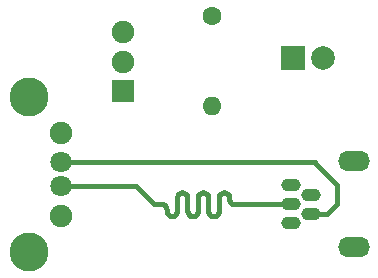
<source format=gbl>
%TF.GenerationSoftware,KiCad,Pcbnew,(5.1.9)-1*%
%TF.CreationDate,2021-04-25T21:03:41-04:00*%
%TF.ProjectId,PowerStripper,506f7765-7253-4747-9269-707065722e6b,v01*%
%TF.SameCoordinates,Original*%
%TF.FileFunction,Copper,L4,Bot*%
%TF.FilePolarity,Positive*%
%FSLAX46Y46*%
G04 Gerber Fmt 4.6, Leading zero omitted, Abs format (unit mm)*
G04 Created by KiCad (PCBNEW (5.1.9)-1) date 2021-04-25 21:03:41*
%MOMM*%
%LPD*%
G01*
G04 APERTURE LIST*
%TA.AperFunction,ComponentPad*%
%ADD10O,1.650000X1.100000*%
%TD*%
%TA.AperFunction,ComponentPad*%
%ADD11O,2.700000X1.700000*%
%TD*%
%TA.AperFunction,ComponentPad*%
%ADD12C,3.300000*%
%TD*%
%TA.AperFunction,ComponentPad*%
%ADD13C,1.900000*%
%TD*%
%TA.AperFunction,ComponentPad*%
%ADD14C,1.800000*%
%TD*%
%TA.AperFunction,ComponentPad*%
%ADD15R,2.000000X2.000000*%
%TD*%
%TA.AperFunction,ComponentPad*%
%ADD16C,2.000000*%
%TD*%
%TA.AperFunction,ComponentPad*%
%ADD17O,1.600000X1.600000*%
%TD*%
%TA.AperFunction,ComponentPad*%
%ADD18C,1.600000*%
%TD*%
%TA.AperFunction,ComponentPad*%
%ADD19R,1.900000X1.900000*%
%TD*%
%TA.AperFunction,Conductor*%
%ADD20C,0.441219*%
%TD*%
G04 APERTURE END LIST*
D10*
%TO.P,J1,3*%
%TO.N,D+*%
X125378800Y-112217200D03*
%TO.P,J1,1*%
%TO.N,Net-(J1-Pad1)*%
X125378800Y-113817200D03*
%TO.P,J1,5*%
%TO.N,GND*%
X125378800Y-110617200D03*
%TO.P,J1,2*%
%TO.N,D-*%
X127128800Y-113017200D03*
%TO.P,J1,4*%
%TO.N,Net-(J1-Pad4)*%
X127128800Y-111417200D03*
D11*
%TO.P,J1,SH*%
%TO.N,GND*%
X130703800Y-115867200D03*
X130703800Y-108567200D03*
%TD*%
D12*
%TO.P,J2,SH*%
%TO.N,GND*%
X103174800Y-103107200D03*
X103174800Y-116247200D03*
D13*
%TO.P,J2,1*%
%TO.N,Net-(J2-Pad1)*%
X105884800Y-106177200D03*
D14*
%TO.P,J2,2*%
%TO.N,D-*%
X105884800Y-108677200D03*
%TO.P,J2,3*%
%TO.N,D+*%
X105884800Y-110677200D03*
D13*
%TO.P,J2,4*%
%TO.N,GND*%
X105884800Y-113177200D03*
%TD*%
D15*
%TO.P,D1,1*%
%TO.N,Net-(D1-Pad1)*%
X125552200Y-99872800D03*
D16*
%TO.P,D1,2*%
%TO.N,GND*%
X128092200Y-99872800D03*
%TD*%
D17*
%TO.P,R1,2*%
%TO.N,Net-(J2-Pad1)*%
X118719600Y-103911400D03*
D18*
%TO.P,R1,1*%
%TO.N,Net-(D1-Pad1)*%
X118719600Y-96291400D03*
%TD*%
D19*
%TO.P,S1,1*%
%TO.N,Net-(J2-Pad1)*%
X111150400Y-102641400D03*
D13*
%TO.P,S1,2*%
%TO.N,Net-(J1-Pad1)*%
X111150400Y-100141400D03*
%TO.P,S1,3*%
%TO.N,Net-(S1-Pad3)*%
X111150400Y-97641400D03*
%TD*%
D20*
%TO.N,D+*%
X113792000Y-112217200D02*
X112252000Y-110677200D01*
X114422134Y-112217200D02*
X113792000Y-112217200D01*
X114613571Y-112260895D02*
X114520314Y-112228263D01*
X114767092Y-112383324D02*
X114697229Y-112313461D01*
X114874415Y-112874162D02*
X114863353Y-112775981D01*
X115029476Y-113120940D02*
X114959613Y-113051077D01*
X115649530Y-113051077D02*
X115579667Y-113120940D01*
X115745791Y-111658419D02*
X115745791Y-112775981D01*
X115995572Y-111260894D02*
X115911914Y-111313460D01*
X116088829Y-111228262D02*
X115995572Y-111260894D01*
X115304572Y-113217200D02*
X115206391Y-113206138D01*
X116187010Y-111217200D02*
X116088829Y-111228262D01*
X116285190Y-111228262D02*
X116187010Y-111217200D01*
X116378447Y-111260894D02*
X116285190Y-111228262D01*
X111146403Y-110677200D02*
X105884800Y-110677200D01*
X116462105Y-111313460D02*
X116378447Y-111260894D01*
X116531968Y-111383323D02*
X116462105Y-111313460D01*
X116584534Y-111466981D02*
X116531968Y-111383323D01*
X116617166Y-111560238D02*
X116584534Y-111466981D01*
X116628229Y-111658419D02*
X116617166Y-111560238D01*
X114520314Y-112228263D02*
X114422134Y-112217200D01*
X116628229Y-112775981D02*
X116628229Y-111658419D01*
X116639291Y-112874162D02*
X116628229Y-112775981D01*
X116671923Y-112967419D02*
X116639291Y-112874162D01*
X115402752Y-113206138D02*
X115304572Y-113217200D01*
X116724489Y-113051077D02*
X116671923Y-112967419D01*
X114907047Y-112967419D02*
X114874415Y-112874162D01*
X116794352Y-113120940D02*
X116724489Y-113051077D01*
X114863353Y-112658419D02*
X114852290Y-112560239D01*
X116878010Y-113173506D02*
X116794352Y-113120940D01*
X116971267Y-113206138D02*
X116878010Y-113173506D01*
X112252000Y-110677200D02*
X111146403Y-110677200D01*
X117069448Y-113217200D02*
X116971267Y-113206138D01*
X117167628Y-113206138D02*
X117069448Y-113217200D01*
X117260885Y-113173506D02*
X117167628Y-113206138D01*
X119109419Y-113120940D02*
X119025761Y-113173506D01*
X119179282Y-113051077D02*
X119109419Y-113120940D01*
X118050066Y-111228262D02*
X117951886Y-111217200D01*
X119231848Y-112967419D02*
X119179282Y-113051077D01*
X119264480Y-112874162D02*
X119231848Y-112967419D01*
X119275543Y-112775981D02*
X119264480Y-112874162D01*
X115734728Y-112874162D02*
X115702096Y-112967419D01*
X119371803Y-111383323D02*
X119319237Y-111466981D01*
X119441666Y-111313460D02*
X119371803Y-111383323D01*
X119618581Y-111228262D02*
X119525324Y-111260894D01*
X115756853Y-111560238D02*
X115745791Y-111658419D01*
X119814942Y-111228262D02*
X119716762Y-111217200D01*
X115745791Y-112775981D02*
X115734728Y-112874162D01*
X119991857Y-111313460D02*
X119908199Y-111260894D01*
X115496009Y-113173506D02*
X115402752Y-113206138D01*
X117344543Y-113120940D02*
X117260885Y-113173506D01*
X119525324Y-111260894D02*
X119441666Y-111313460D01*
X120407762Y-112173505D02*
X120324104Y-112120939D01*
X115579667Y-113120940D02*
X115496009Y-113173506D01*
X120599200Y-112217200D02*
X120501019Y-112206137D01*
X115702096Y-112967419D02*
X115649530Y-113051077D01*
X120501019Y-112206137D02*
X120407762Y-112173505D01*
X119275543Y-111658419D02*
X119275543Y-112775981D01*
X120157981Y-111658419D02*
X120146918Y-111560238D01*
X117676790Y-111313460D02*
X117606927Y-111383323D01*
X117510667Y-112775981D02*
X117499604Y-112874162D01*
X119319237Y-111466981D02*
X119286605Y-111560238D01*
X114863353Y-112775981D02*
X114863353Y-112658419D01*
X120324104Y-112120939D02*
X120254241Y-112051076D01*
X118393105Y-112775981D02*
X118393105Y-111658419D01*
X120146918Y-111560238D02*
X120114286Y-111466981D01*
X115113134Y-113173506D02*
X115029476Y-113120940D01*
X117760448Y-111260894D02*
X117676790Y-111313460D01*
X114852290Y-112560239D02*
X114819658Y-112466982D01*
X120254241Y-112051076D02*
X120201675Y-111967418D01*
X114959613Y-113051077D02*
X114907047Y-112967419D01*
X117466972Y-112967419D02*
X117414406Y-113051077D01*
X114819658Y-112466982D02*
X114767092Y-112383324D01*
X118226981Y-111313460D02*
X118143323Y-111260894D01*
X125653800Y-112217200D02*
X120599200Y-112217200D01*
X114697229Y-112313461D02*
X114613571Y-112260895D01*
X117606927Y-111383323D02*
X117554361Y-111466981D01*
X120201675Y-111967418D02*
X120169043Y-111874161D01*
X115206391Y-113206138D02*
X115113134Y-113173506D01*
X117853705Y-111228262D02*
X117760448Y-111260894D01*
X120169043Y-111874161D02*
X120157981Y-111775981D01*
X120157981Y-111775981D02*
X120157981Y-111658419D01*
X119716762Y-111217200D02*
X119618581Y-111228262D01*
X120114286Y-111466981D02*
X120061720Y-111383323D01*
X117414406Y-113051077D02*
X117344543Y-113120940D01*
X119286605Y-111560238D02*
X119275543Y-111658419D01*
X120061720Y-111383323D02*
X119991857Y-111313460D01*
X119025761Y-113173506D02*
X118932504Y-113206138D01*
X118932504Y-113206138D02*
X118834324Y-113217200D01*
X118834324Y-113217200D02*
X118736143Y-113206138D01*
X118736143Y-113206138D02*
X118642886Y-113173506D01*
X118642886Y-113173506D02*
X118559228Y-113120940D01*
X117951886Y-111217200D02*
X117853705Y-111228262D01*
X118559228Y-113120940D02*
X118489365Y-113051077D01*
X118489365Y-113051077D02*
X118436799Y-112967419D01*
X115842051Y-111383323D02*
X115789485Y-111466981D01*
X118404167Y-112874162D02*
X118393105Y-112775981D01*
X115911914Y-111313460D02*
X115842051Y-111383323D01*
X118393105Y-111658419D02*
X118382042Y-111560238D01*
X115789485Y-111466981D02*
X115756853Y-111560238D01*
X118382042Y-111560238D02*
X118349410Y-111466981D01*
X118349410Y-111466981D02*
X118296844Y-111383323D01*
X118296844Y-111383323D02*
X118226981Y-111313460D01*
X118436799Y-112967419D02*
X118404167Y-112874162D01*
X118143323Y-111260894D02*
X118050066Y-111228262D01*
X117554361Y-111466981D02*
X117521729Y-111560238D01*
X119908199Y-111260894D02*
X119814942Y-111228262D01*
X117521729Y-111560238D02*
X117510667Y-111658419D01*
X117510667Y-111658419D02*
X117510667Y-112775981D01*
X117499604Y-112874162D02*
X117466972Y-112967419D01*
%TO.N,D-*%
X111146403Y-108677200D02*
X105884800Y-108677200D01*
X127397000Y-108677200D02*
X111146403Y-108677200D01*
X127397000Y-108702600D02*
X127397000Y-108677200D01*
X129286000Y-110591600D02*
X127397000Y-108702600D01*
X129286000Y-112166400D02*
X129286000Y-110591600D01*
X128435200Y-113017200D02*
X129286000Y-112166400D01*
X126853800Y-113017200D02*
X128435200Y-113017200D01*
%TD*%
M02*

</source>
